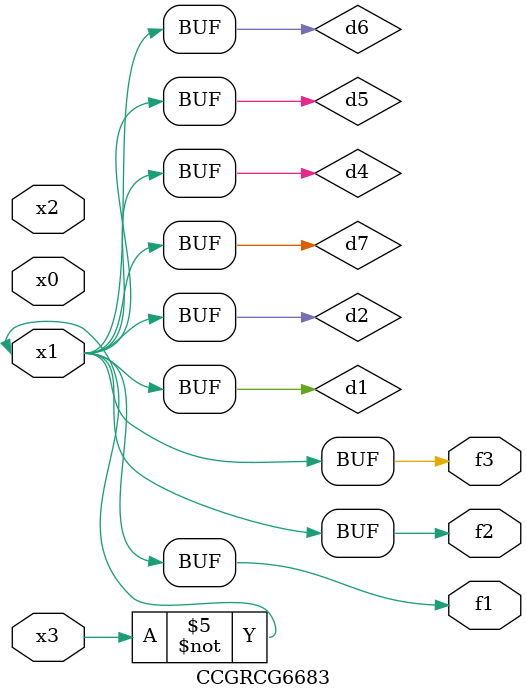
<source format=v>
module CCGRCG6683(
	input x0, x1, x2, x3,
	output f1, f2, f3
);

	wire d1, d2, d3, d4, d5, d6, d7;

	not (d1, x3);
	buf (d2, x1);
	xnor (d3, d1, d2);
	nor (d4, d1);
	buf (d5, d1, d2);
	buf (d6, d4, d5);
	nand (d7, d4);
	assign f1 = d6;
	assign f2 = d7;
	assign f3 = d6;
endmodule

</source>
